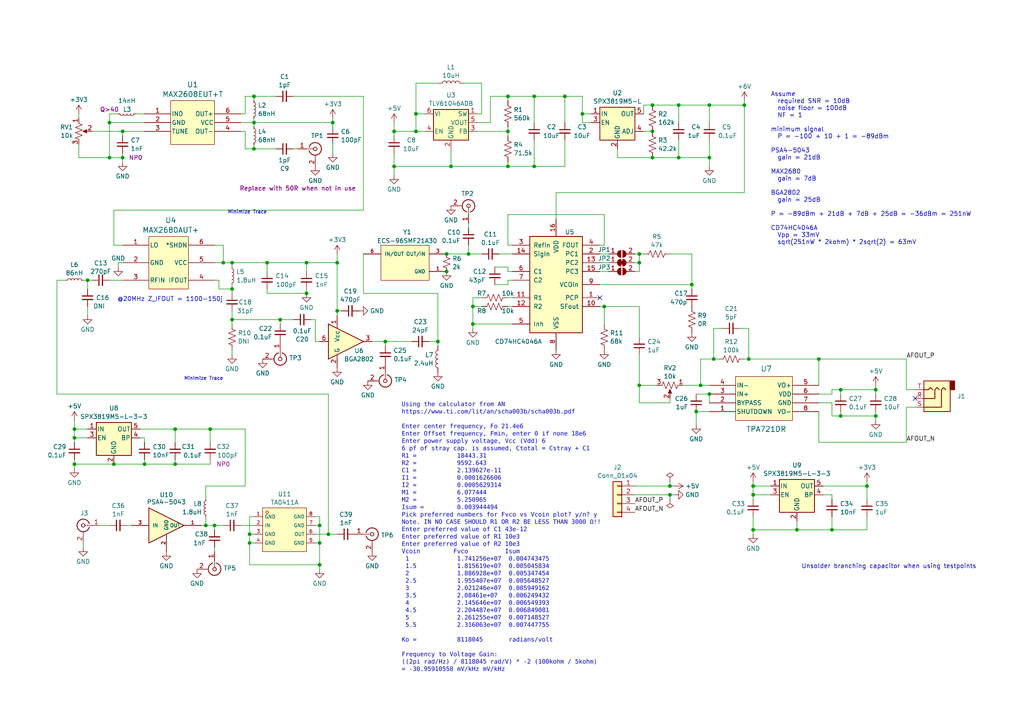
<source format=kicad_sch>
(kicad_sch (version 20230121) (generator eeschema)
  (paper "A4")
  (junction (at 175.26 88.9))
  (junction (at 205.74 30.48))
  (junction (at 129.54 73.66))
  (junction (at 88.9 85.09))
  (junction (at 189.23 30.48))
  (junction (at 92.71 163.83))
  (junction (at 64.77 76.2))
  (junction (at 243.84 113.03))
  (junction (at 77.47 76.2))
  (junction (at 129.54 78.74))
  (junction (at 111.76 99.06))
  (junction (at 72.39 157.48))
  (junction (at 200.66 82.55))
  (junction (at 92.71 152.4))
  (junction (at 217.17 104.14))
  (junction (at 96.52 35.56))
  (junction (at 154.94 27.94))
  (junction (at 251.46 140.97))
  (junction (at 67.31 83.82))
  (junction (at 130.81 48.26))
  (junction (at 127 99.06))
  (junction (at 231.14 153.67))
  (junction (at 237.49 104.14))
  (junction (at 168.91 33.02))
  (junction (at 201.93 119.38))
  (junction (at 33.02 134.62))
  (junction (at 243.84 120.65))
  (junction (at 189.23 45.72))
  (junction (at 60.96 124.46))
  (junction (at 154.94 48.26))
  (junction (at 73.66 43.18))
  (junction (at 207.01 104.14))
  (junction (at 21.59 127))
  (junction (at 135.89 73.66))
  (junction (at 147.32 48.26))
  (junction (at 73.66 27.94))
  (junction (at 97.79 90.17))
  (junction (at 205.74 114.3))
  (junction (at 147.32 38.1))
  (junction (at 254 120.65))
  (junction (at 88.9 76.2))
  (junction (at 194.31 140.97))
  (junction (at 92.71 157.48))
  (junction (at 163.83 27.94))
  (junction (at 72.39 154.94))
  (junction (at 215.9 30.48))
  (junction (at 218.44 140.97))
  (junction (at 73.66 35.56))
  (junction (at 50.8 134.62))
  (junction (at 241.3 153.67))
  (junction (at 196.85 30.48))
  (junction (at 147.32 27.94))
  (junction (at 31.75 45.72))
  (junction (at 59.69 152.4))
  (junction (at 25.4 81.28))
  (junction (at 254 113.03))
  (junction (at 185.42 73.66))
  (junction (at 137.16 88.9))
  (junction (at 194.31 143.51))
  (junction (at 95.25 154.94))
  (junction (at 203.2 111.76))
  (junction (at 97.79 76.2))
  (junction (at 185.42 76.2))
  (junction (at 67.31 76.2))
  (junction (at 137.16 93.98))
  (junction (at 21.59 124.46))
  (junction (at 21.59 134.62))
  (junction (at 114.3 48.26))
  (junction (at 114.3 38.1))
  (junction (at 50.8 124.46))
  (junction (at 67.31 92.71))
  (junction (at 81.28 92.71))
  (junction (at 189.23 38.1))
  (junction (at 35.56 45.72))
  (junction (at 31.75 35.56))
  (junction (at 120.65 33.02))
  (junction (at 205.74 45.72))
  (junction (at 35.56 38.1))
  (junction (at 218.44 153.67))
  (junction (at 185.42 111.76))
  (junction (at 120.65 38.1))
  (junction (at 62.23 152.4))
  (junction (at 41.91 134.62))
  (junction (at 196.85 45.72))
  (junction (at 218.44 143.51))
  (no_connect (at 265.43 115.57))
  (no_connect (at 173.99 86.36))
  (wire (pts (xy 254 111.76) (xy 254 113.03)))
  (wire (pts (xy 142.24 27.94) (xy 147.32 27.94)))
  (wire (pts (xy 138.43 35.56) (xy 142.24 35.56)))
  (wire (pts (xy 120.65 33.02) (xy 123.19 33.02)))
  (wire (pts (xy 73.66 35.56) (xy 73.66 36.83)))
  (wire (pts (xy 67.31 92.71) (xy 67.31 93.98)))
  (wire (pts (xy 218.44 140.97) (xy 223.52 140.97)))
  (wire (pts (xy 41.91 127) (xy 40.64 127)))
  (wire (pts (xy 120.65 38.1) (xy 123.19 38.1)))
  (wire (pts (xy 31.75 45.72) (xy 31.75 35.56)))
  (wire (pts (xy 96.52 34.29) (xy 96.52 35.56)))
  (wire (pts (xy 120.65 33.02) (xy 120.65 38.1)))
  (wire (pts (xy 185.42 111.76) (xy 185.42 116.84)))
  (wire (pts (xy 195.58 143.51) (xy 194.31 143.51)))
  (wire (pts (xy 97.79 73.66) (xy 97.79 76.2)))
  (wire (pts (xy 72.39 163.83) (xy 92.71 163.83)))
  (wire (pts (xy 237.49 128.27) (xy 262.89 128.27)))
  (wire (pts (xy 200.66 83.82) (xy 200.66 82.55)))
  (wire (pts (xy 69.85 35.56) (xy 73.66 35.56)))
  (wire (pts (xy 21.59 135.89) (xy 21.59 134.62)))
  (wire (pts (xy 35.56 45.72) (xy 35.56 44.45)))
  (wire (pts (xy 22.86 41.91) (xy 22.86 45.72)))
  (wire (pts (xy 67.31 101.6) (xy 67.31 102.87)))
  (wire (pts (xy 31.75 35.56) (xy 41.91 35.56)))
  (wire (pts (xy 205.74 30.48) (xy 215.9 30.48)))
  (wire (pts (xy 137.16 86.36) (xy 139.7 86.36)))
  (wire (pts (xy 88.9 76.2) (xy 97.79 76.2)))
  (wire (pts (xy 77.47 85.09) (xy 88.9 85.09)))
  (wire (pts (xy 173.99 73.66) (xy 176.53 73.66)))
  (wire (pts (xy 194.31 143.51) (xy 194.31 144.78)))
  (wire (pts (xy 127 100.33) (xy 127 99.06)))
  (wire (pts (xy 73.66 27.94) (xy 80.01 27.94)))
  (wire (pts (xy 134.62 24.13) (xy 139.7 24.13)))
  (wire (pts (xy 194.31 116.84) (xy 185.42 116.84)))
  (wire (pts (xy 34.29 77.47) (xy 34.29 76.2)))
  (wire (pts (xy 21.59 134.62) (xy 33.02 134.62)))
  (wire (pts (xy 73.66 149.86) (xy 72.39 149.86)))
  (wire (pts (xy 218.44 143.51) (xy 218.44 144.78)))
  (wire (pts (xy 96.52 35.56) (xy 96.52 36.83)))
  (wire (pts (xy 237.49 116.84) (xy 241.3 116.84)))
  (wire (pts (xy 33.02 60.96) (xy 33.02 71.12)))
  (wire (pts (xy 137.16 86.36) (xy 137.16 88.9)))
  (wire (pts (xy 95.25 154.94) (xy 95.25 114.3)))
  (wire (pts (xy 251.46 139.7) (xy 251.46 140.97)))
  (wire (pts (xy 92.71 163.83) (xy 92.71 157.48)))
  (wire (pts (xy 231.14 153.67) (xy 241.3 153.67)))
  (wire (pts (xy 218.44 154.94) (xy 218.44 153.67)))
  (wire (pts (xy 163.83 27.94) (xy 163.83 35.56)))
  (wire (pts (xy 67.31 83.82) (xy 67.31 82.55)))
  (wire (pts (xy 60.96 124.46) (xy 71.12 124.46)))
  (wire (pts (xy 196.85 35.56) (xy 196.85 30.48)))
  (wire (pts (xy 120.65 24.13) (xy 120.65 33.02)))
  (wire (pts (xy 127 85.09) (xy 105.41 85.09)))
  (wire (pts (xy 73.66 43.18) (xy 80.01 43.18)))
  (wire (pts (xy 95.25 154.94) (xy 97.79 154.94)))
  (wire (pts (xy 88.9 78.74) (xy 88.9 76.2)))
  (wire (pts (xy 85.09 27.94) (xy 105.41 27.94)))
  (wire (pts (xy 251.46 140.97) (xy 238.76 140.97)))
  (wire (pts (xy 237.49 104.14) (xy 262.89 104.14)))
  (wire (pts (xy 81.28 92.71) (xy 81.28 93.98)))
  (wire (pts (xy 237.49 111.76) (xy 237.49 104.14)))
  (wire (pts (xy 120.65 38.1) (xy 114.3 38.1)))
  (wire (pts (xy 231.14 153.67) (xy 218.44 153.67)))
  (wire (pts (xy 137.16 88.9) (xy 139.7 88.9)))
  (wire (pts (xy 24.13 81.28) (xy 25.4 81.28)))
  (wire (pts (xy 31.75 45.72) (xy 35.56 45.72)))
  (wire (pts (xy 154.94 40.64) (xy 154.94 48.26)))
  (wire (pts (xy 241.3 114.3) (xy 241.3 113.03)))
  (wire (pts (xy 50.8 124.46) (xy 60.96 124.46)))
  (wire (pts (xy 237.49 119.38) (xy 237.49 128.27)))
  (wire (pts (xy 35.56 46.99) (xy 35.56 45.72)))
  (wire (pts (xy 205.74 35.56) (xy 205.74 30.48)))
  (wire (pts (xy 63.5 81.28) (xy 63.5 83.82)))
  (wire (pts (xy 241.3 143.51) (xy 241.3 144.78)))
  (wire (pts (xy 201.93 114.3) (xy 205.74 114.3)))
  (wire (pts (xy 114.3 38.1) (xy 114.3 39.37)))
  (wire (pts (xy 194.31 139.7) (xy 194.31 140.97)))
  (wire (pts (xy 189.23 45.72) (xy 196.85 45.72)))
  (wire (pts (xy 189.23 30.48) (xy 196.85 30.48)))
  (wire (pts (xy 185.42 78.74) (xy 185.42 76.2)))
  (wire (pts (xy 72.39 154.94) (xy 72.39 157.48)))
  (wire (pts (xy 85.09 43.18) (xy 86.36 43.18)))
  (wire (pts (xy 142.24 35.56) (xy 142.24 27.94)))
  (wire (pts (xy 147.32 36.83) (xy 147.32 38.1)))
  (wire (pts (xy 215.9 55.88) (xy 161.29 55.88)))
  (wire (pts (xy 241.3 153.67) (xy 251.46 153.67)))
  (wire (pts (xy 67.31 76.2) (xy 67.31 77.47)))
  (wire (pts (xy 81.28 92.71) (xy 85.09 92.71)))
  (wire (pts (xy 215.9 29.21) (xy 215.9 30.48)))
  (wire (pts (xy 31.75 33.02) (xy 34.29 33.02)))
  (wire (pts (xy 198.12 111.76) (xy 203.2 111.76)))
  (wire (pts (xy 71.12 33.02) (xy 69.85 33.02)))
  (wire (pts (xy 16.51 81.28) (xy 19.05 81.28)))
  (wire (pts (xy 147.32 27.94) (xy 147.32 29.21)))
  (wire (pts (xy 50.8 134.62) (xy 50.8 133.35)))
  (wire (pts (xy 35.56 39.37) (xy 35.56 38.1)))
  (wire (pts (xy 241.3 149.86) (xy 241.3 153.67)))
  (wire (pts (xy 175.26 62.23) (xy 175.26 71.12)))
  (wire (pts (xy 60.96 134.62) (xy 60.96 133.35)))
  (wire (pts (xy 97.79 90.17) (xy 97.79 76.2)))
  (wire (pts (xy 114.3 35.56) (xy 114.3 38.1)))
  (wire (pts (xy 207.01 95.25) (xy 209.55 95.25)))
  (wire (pts (xy 71.12 140.97) (xy 59.69 140.97)))
  (wire (pts (xy 143.51 77.47) (xy 147.32 77.47)))
  (wire (pts (xy 147.32 88.9) (xy 148.59 88.9)))
  (wire (pts (xy 67.31 83.82) (xy 67.31 85.09)))
  (wire (pts (xy 59.69 140.97) (xy 59.69 144.78)))
  (wire (pts (xy 77.47 78.74) (xy 77.47 76.2)))
  (wire (pts (xy 168.91 33.02) (xy 171.45 33.02)))
  (wire (pts (xy 173.99 78.74) (xy 176.53 78.74)))
  (wire (pts (xy 205.74 40.64) (xy 205.74 45.72)))
  (wire (pts (xy 72.39 154.94) (xy 73.66 154.94)))
  (wire (pts (xy 111.76 99.06) (xy 119.38 99.06)))
  (wire (pts (xy 262.89 118.11) (xy 265.43 118.11)))
  (wire (pts (xy 163.83 40.64) (xy 163.83 48.26)))
  (wire (pts (xy 185.42 73.66) (xy 185.42 76.2)))
  (wire (pts (xy 67.31 92.71) (xy 81.28 92.71)))
  (wire (pts (xy 60.96 124.46) (xy 60.96 128.27)))
  (wire (pts (xy 243.84 113.03) (xy 254 113.03)))
  (wire (pts (xy 16.51 81.28) (xy 16.51 114.3)))
  (wire (pts (xy 218.44 139.7) (xy 218.44 140.97)))
  (wire (pts (xy 135.89 73.66) (xy 139.7 73.66)))
  (wire (pts (xy 34.29 76.2) (xy 35.56 76.2)))
  (wire (pts (xy 184.15 73.66) (xy 185.42 73.66)))
  (wire (pts (xy 139.7 24.13) (xy 139.7 33.02)))
  (wire (pts (xy 91.44 157.48) (xy 92.71 157.48)))
  (wire (pts (xy 111.76 99.06) (xy 111.76 100.33)))
  (wire (pts (xy 64.77 76.2) (xy 67.31 76.2)))
  (wire (pts (xy 203.2 111.76) (xy 205.74 111.76)))
  (wire (pts (xy 35.56 38.1) (xy 41.91 38.1)))
  (wire (pts (xy 215.9 104.14) (xy 217.17 104.14)))
  (wire (pts (xy 215.9 30.48) (xy 215.9 55.88)))
  (wire (pts (xy 138.43 38.1) (xy 147.32 38.1)))
  (wire (pts (xy 62.23 152.4) (xy 64.77 152.4)))
  (wire (pts (xy 168.91 35.56) (xy 168.91 33.02)))
  (wire (pts (xy 73.66 27.94) (xy 73.66 29.21)))
  (wire (pts (xy 41.91 134.62) (xy 33.02 134.62)))
  (wire (pts (xy 144.78 73.66) (xy 148.59 73.66)))
  (wire (pts (xy 21.59 134.62) (xy 21.59 133.35)))
  (wire (pts (xy 185.42 73.66) (xy 186.69 73.66)))
  (wire (pts (xy 231.14 153.67) (xy 231.14 151.13)))
  (wire (pts (xy 105.41 60.96) (xy 33.02 60.96)))
  (wire (pts (xy 21.59 127) (xy 21.59 128.27)))
  (wire (pts (xy 91.44 92.71) (xy 91.44 99.06)))
  (wire (pts (xy 147.32 71.12) (xy 147.32 62.23)))
  (wire (pts (xy 168.91 27.94) (xy 163.83 27.94)))
  (wire (pts (xy 194.31 116.84) (xy 194.31 115.57)))
  (wire (pts (xy 71.12 124.46) (xy 71.12 140.97)))
  (wire (pts (xy 91.44 152.4) (xy 92.71 152.4)))
  (wire (pts (xy 147.32 38.1) (xy 147.32 39.37)))
  (wire (pts (xy 99.06 90.17) (xy 97.79 90.17)))
  (wire (pts (xy 254 120.65) (xy 254 119.38)))
  (wire (pts (xy 217.17 95.25) (xy 214.63 95.25)))
  (wire (pts (xy 59.69 149.86) (xy 59.69 152.4)))
  (wire (pts (xy 92.71 149.86) (xy 91.44 149.86)))
  (wire (pts (xy 21.59 127) (xy 21.59 124.46)))
  (wire (pts (xy 262.89 128.27) (xy 262.89 118.11)))
  (wire (pts (xy 62.23 81.28) (xy 63.5 81.28)))
  (wire (pts (xy 69.85 152.4) (xy 73.66 152.4)))
  (wire (pts (xy 62.23 76.2) (xy 64.77 76.2)))
  (wire (pts (xy 207.01 104.14) (xy 208.28 104.14)))
  (wire (pts (xy 71.12 33.02) (xy 71.12 27.94)))
  (wire (pts (xy 63.5 83.82) (xy 67.31 83.82)))
  (wire (pts (xy 205.74 114.3) (xy 205.74 116.84)))
  (wire (pts (xy 217.17 104.14) (xy 237.49 104.14)))
  (wire (pts (xy 41.91 128.27) (xy 41.91 127)))
  (wire (pts (xy 194.31 73.66) (xy 200.66 73.66)))
  (wire (pts (xy 147.32 82.55) (xy 147.32 81.28)))
  (wire (pts (xy 50.8 134.62) (xy 60.96 134.62)))
  (wire (pts (xy 24.13 157.48) (xy 24.13 158.75)))
  (wire (pts (xy 171.45 35.56) (xy 168.91 35.56)))
  (wire (pts (xy 185.42 88.9) (xy 185.42 97.79)))
  (wire (pts (xy 41.91 133.35) (xy 41.91 134.62)))
  (wire (pts (xy 241.3 116.84) (xy 241.3 120.65)))
  (wire (pts (xy 107.95 99.06) (xy 111.76 99.06)))
  (wire (pts (xy 67.31 90.17) (xy 67.31 92.71)))
  (wire (pts (xy 71.12 38.1) (xy 71.12 43.18)))
  (wire (pts (xy 77.47 76.2) (xy 88.9 76.2)))
  (wire (pts (xy 148.59 71.12) (xy 147.32 71.12)))
  (wire (pts (xy 201.93 119.38) (xy 201.93 123.19)))
  (wire (pts (xy 254 120.65) (xy 243.84 120.65)))
  (wire (pts (xy 72.39 157.48) (xy 73.66 157.48)))
  (wire (pts (xy 40.64 124.46) (xy 50.8 124.46)))
  (wire (pts (xy 62.23 158.75) (xy 62.23 160.02)))
  (wire (pts (xy 205.74 45.72) (xy 205.74 48.26)))
  (wire (pts (xy 243.84 120.65) (xy 243.84 119.38)))
  (wire (pts (xy 25.4 81.28) (xy 26.67 81.28)))
  (wire (pts (xy 179.07 43.18) (xy 179.07 45.72)))
  (wire (pts (xy 147.32 62.23) (xy 175.26 62.23)))
  (wire (pts (xy 175.26 88.9) (xy 185.42 88.9)))
  (wire (pts (xy 194.31 143.51) (xy 184.15 143.51)))
  (wire (pts (xy 22.86 33.02) (xy 22.86 34.29)))
  (wire (pts (xy 135.89 71.12) (xy 135.89 73.66)))
  (wire (pts (xy 71.12 38.1) (xy 69.85 38.1)))
  (wire (pts (xy 130.81 43.18) (xy 130.81 48.26)))
  (wire (pts (xy 218.44 143.51) (xy 218.44 140.97)))
  (wire (pts (xy 175.26 88.9) (xy 175.26 93.98)))
  (wire (pts (xy 92.71 152.4) (xy 92.71 149.86)))
  (wire (pts (xy 251.46 140.97) (xy 251.46 144.78)))
  (wire (pts (xy 238.76 143.51) (xy 241.3 143.51)))
  (wire (pts (xy 154.94 48.26) (xy 147.32 48.26)))
  (wire (pts (xy 196.85 40.64) (xy 196.85 45.72)))
  (wire (pts (xy 73.66 34.29) (xy 73.66 35.56)))
  (wire (pts (xy 31.75 81.28) (xy 35.56 81.28)))
  (wire (pts (xy 88.9 83.82) (xy 88.9 85.09)))
  (wire (pts (xy 127 24.13) (xy 120.65 24.13)))
  (wire (pts (xy 163.83 48.26) (xy 154.94 48.26)))
  (wire (pts (xy 173.99 71.12) (xy 175.26 71.12)))
  (wire (pts (xy 184.15 78.74) (xy 185.42 78.74)))
  (wire (pts (xy 105.41 27.94) (xy 105.41 60.96)))
  (wire (pts (xy 50.8 124.46) (xy 50.8 128.27)))
  (wire (pts (xy 127 99.06) (xy 127 85.09)))
  (wire (pts (xy 201.93 119.38) (xy 205.74 119.38)))
  (wire (pts (xy 147.32 27.94) (xy 154.94 27.94)))
  (wire (pts (xy 186.69 33.02) (xy 186.69 30.48)))
  (wire (pts (xy 173.99 76.2) (xy 176.53 76.2)))
  (wire (pts (xy 139.7 33.02) (xy 138.43 33.02)))
  (wire (pts (xy 36.83 152.4) (xy 38.1 152.4)))
  (wire (pts (xy 92.71 152.4) (xy 92.71 157.48)))
  (wire (pts (xy 90.17 92.71) (xy 91.44 92.71)))
  (wire (pts (xy 73.66 35.56) (xy 96.52 35.56)))
  (wire (pts (xy 147.32 77.47) (xy 147.32 78.74)))
  (wire (pts (xy 21.59 121.92) (xy 21.59 124.46)))
  (wire (pts (xy 237.49 114.3) (xy 241.3 114.3)))
  (wire (pts (xy 73.66 43.18) (xy 71.12 43.18)))
  (wire (pts (xy 241.3 120.65) (xy 243.84 120.65)))
  (wire (pts (xy 77.47 83.82) (xy 77.47 85.09)))
  (wire (pts (xy 185.42 102.87) (xy 185.42 111.76)))
  (wire (pts (xy 96.52 41.91) (xy 96.52 44.45)))
  (wire (pts (xy 217.17 104.14) (xy 217.17 95.25)))
  (wire (pts (xy 200.66 73.66) (xy 200.66 82.55)))
  (wire (pts (xy 25.4 81.28) (xy 25.4 83.82)))
  (wire (pts (xy 26.67 38.1) (xy 35.56 38.1)))
  (wire (pts (xy 173.99 82.55) (xy 200.66 82.55)))
  (wire (pts (xy 73.66 41.91) (xy 73.66 43.18)))
  (wire (pts (xy 254 113.03) (xy 254 114.3)))
  (wire (pts (xy 25.4 88.9) (xy 25.4 91.44)))
  (wire (pts (xy 147.32 81.28) (xy 148.59 81.28)))
  (wire (pts (xy 147.32 46.99) (xy 147.32 48.26)))
  (wire (pts (xy 62.23 71.12) (xy 64.77 71.12)))
  (wire (pts (xy 137.16 93.98) (xy 148.59 93.98)))
  (wire (pts (xy 114.3 44.45) (xy 114.3 48.26)))
  (wire (pts (xy 92.71 163.83) (xy 92.71 165.1)))
  (wire (pts (xy 241.3 113.03) (xy 243.84 113.03)))
  (wire (pts (xy 184.15 140.97) (xy 194.31 140.97)))
  (wire (pts (xy 161.29 55.88) (xy 161.29 63.5)))
  (wire (pts (xy 58.42 152.4) (xy 59.69 152.4)))
  (wire (pts (xy 137.16 88.9) (xy 137.16 93.98)))
  (wire (pts (xy 72.39 149.86) (xy 72.39 154.94)))
  (wire (pts (xy 59.69 152.4) (xy 62.23 152.4)))
  (wire (pts (xy 168.91 33.02) (xy 168.91 27.94)))
  (wire (pts (xy 175.26 88.9) (xy 173.99 88.9)))
  (wire (pts (xy 196.85 30.48) (xy 205.74 30.48)))
  (wire (pts (xy 64.77 71.12) (xy 64.77 76.2)))
  (wire (pts (xy 243.84 113.03) (xy 243.84 114.3)))
  (wire (pts (xy 105.41 85.09) (xy 105.41 73.66)))
  (wire (pts (xy 218.44 153.67) (xy 218.44 149.86)))
  (wire (pts (xy 251.46 153.67) (xy 251.46 149.86)))
  (wire (pts (xy 97.79 91.44) (xy 97.79 90.17)))
  (wire (pts (xy 22.86 45.72) (xy 31.75 45.72)))
  (wire (pts (xy 147.32 78.74) (xy 148.59 78.74)))
  (wire (pts (xy 41.91 134.62) (xy 50.8 134.62)))
  (wire (pts (xy 71.12 27.94) (xy 73.66 27.94)))
  (wire (pts (xy 62.23 152.4) (xy 62.23 153.67)))
  (wire (pts (xy 31.75 33.02) (xy 31.75 35.56)))
  (wire (pts (xy 185.42 111.76) (xy 190.5 111.76)))
  (wire (pts (xy 130.81 48.26) (xy 147.32 48.26)))
  (wire (pts (xy 179.07 45.72) (xy 189.23 45.72)))
  (wire (pts (xy 196.85 45.72) (xy 205.74 45.72)))
  (wire (pts (xy 254 121.92) (xy 254 120.65)))
  (wire (pts (xy 127 99.06) (xy 124.46 99.06)))
  (wire (pts (xy 154.94 27.94) (xy 154.94 35.56)))
  (wire (pts (xy 186.69 30.48) (xy 189.23 30.48)))
  (wire (pts (xy 265.43 113.03) (xy 262.89 113.03)))
  (wire (pts (xy 147.32 86.36) (xy 148.59 86.36)))
  (wire (pts (xy 29.21 152.4) (xy 31.75 152.4)))
  (wire (pts (xy 137.16 93.98) (xy 137.16 95.25)))
  (wire (pts (xy 207.01 104.14) (xy 207.01 95.25)))
  (wire (pts (xy 39.37 33.02) (xy 41.91 33.02)))
  (wire (pts (xy 143.51 82.55) (xy 147.32 82.55)))
  (wire (pts (xy 91.44 154.94) (xy 95.25 154.94)))
  (wire (pts (xy 203.2 111.76) (xy 203.2 104.14)))
  (wire (pts (xy 154.94 27.94) (xy 163.83 27.94)))
  (wire (pts (xy 21.59 124.46) (xy 25.4 124.46)))
  (wire (pts (xy 194.31 140.97) (xy 195.58 140.97)))
  (wire (pts (xy 186.69 38.1) (xy 189.23 38.1)))
  (wire (pts (xy 114.3 48.26) (xy 130.81 48.26)))
  (wire (pts (xy 203.2 104.14) (xy 207.01 104.14)))
  (wire (pts (xy 67.31 76.2) (xy 77.47 76.2)))
  (wire (pts (xy 33.02 71.12) (xy 35.56 71.12)))
  (wire (pts (xy 262.89 113.03) (xy 262.89 104.14)))
  (wire (pts (xy 91.44 99.06) (xy 92.71 99.06)))
  (wire (pts (xy 114.3 48.26) (xy 114.3 50.8)))
  (wire (pts (xy 72.39 157.48) (xy 72.39 163.83)))
  (wire (pts (xy 21.59 127) (xy 25.4 127)))
  (wire (pts (xy 95.25 114.3) (xy 16.51 114.3)))
  (wire (pts (xy 129.54 73.66) (xy 135.89 73.66)))
  (wire (pts (xy 185.42 76.2) (xy 184.15 76.2)))
  (wire (pts (xy 135.89 64.77) (xy 135.89 66.04)))
  (wire (pts (xy 218.44 143.51) (xy 223.52 143.51)))
  (text_box "Using the calculator from AN https://www.ti.com/lit/an/scha003b/scha003b.pdf\n\nEnter center frequency, Fo 21.4e6\nEnter Offset frequency, Fmin, enter 0 if none 18e6\nEnter power supply voltage, Vcc (Vdd) 6\n6 pf of stray cap. is assumed, Ctotal = Cstray + C1\nR1 =           18443.31\nR2 =           9592.643\nC1 =           2.139627e-11\nI1 =           0.0001626606\nI2 =           0.0005629314\nM1 =           6.077444\nM2 =           5.250965\nIsum =         0.003944494\nPick preferred numbers for Fvco vs Vcoin plot? y/n? y\nNote. IN NO CASE SHOULD R1 OR R2 BE LESS THAN 3000 Ω!!\nEnter preferred value of C1 43e-12\nEnter preferred value of R1 10e3\nEnter preferred value of R2 10e3\nVcoin         Fvco          Isum\n 1             1.741256e+07  0.004743475\n 1.5           1.815619e+07  0.005045834\n 2             1.886928e+07  0.005347454\n 2.5           1.955407e+07  0.005648527\n 3             2.021246e+07  0.005949162\n 3.5           2.08461e+07   0.006249432\n 4             2.145646e+07  0.006549393\n 4.5           2.204487e+07  0.006849081\n 5             2.261255e+07  0.007148527\n 5.5           2.316063e+07  0.007447755\n\nKo =           8118045       radians/volt \n\nFrequency to Voltage Gain:\n((2pi rad/Hz) / 8118045 rad/V) * -2 (100kohm / 5kohm)\n= -30.95910558 mV/kHz mV/kHz" (at 115.57 115.57 0) (size 62.23 67.31) (stroke (width -0.0001)) (effects (font (size 1.27 1.27)) (justify left top)))
  (text "Unsolder branching capacitor when using testpoints" (at 232.41 165.1 0) (effects (font (size 1.27 1.27)) (justify left bottom)))
  (text "Assume\n  required SNR = 10dB\n  noise floor = 100dB\n  NF = 1\n\nminimum signal\n  P = -100 + 10 + 1 = -89dBm\n\nPSA4-5043\n  gain = 21dB\n\nMAX2680\n  gain = 7dB\n\nBGA2802\n  gain = 25dB\n\nP = -89dBm + 21dB + 7dB + 25dB = -36dBm = 251nW\n\nCD74HC4046A\n  Vpp = 33mV\n  sqrt(251nW * 2kohm) * 2sqrt(2) = 63mV" (at 223.52 71.12 0) (effects (font (size 1.27 1.27)) (justify left bottom)))
  (text "Minimize Trace" (at 66.04 62.23 0) (effects (font (size 1 1)) (justify left bottom)))
  (text " @20MHz Z_IFOUT = 1100-150j" (at 33.02 87.63 0) (effects (font (size 1.27 1.27)) (justify left bottom)))
  (text "Minimize Trace" (at 53.34 110.49 0) (effects (font (size 1 1)) (justify left bottom)))
  (label "AFOUT_N" (at 184.15 148.59 0))
  (label "AFOUT_P" (at 262.89 104.14 0))
  (label "AFOUT_P" (at 184.15 146.05 0))
  (label "AFOUT_N" (at 262.89 128.27 0))
  (symbol (lib_id "TA0411A:TA0411A") (at 81.28 152.4 0) (unit 1)
    (property "Reference" "U11" (at 82.55 143.3027 0))
    (property "Value" "TA0411A" (at 82.55 145.7269 0))
    (property "Footprint" "footprint:FILTER-SMD_8P-L5.0-W5.0-BL" (effects hide))
    (property "Datasheet" "https://www.taisaw.com/assets/PDF/TA0411A%20_Rev.3.0_.pdf" (effects hide))
    (property "LCSC" "C692400" (effects hide))
  )
  (symbol (lib_id "power:+6V") (at 215.9 29.21 0) (unit 1)
    (property "Reference" "#PWR01" (effects hide))
    (property "Value" "+6V" (at 215.9 25.0769 0))
  )
  (symbol (lib_id "Jumper:SolderJumper_2_Bridged") (at 180.34 76.2 0) (unit 1)
    (property "Reference" "JP2" (at 175.26 74.93 0))
    (property "Value" "SolderJumper_2_Bridged" (effects hide))
  )
  (symbol (lib_id "Device:R_US") (at 143.51 88.9 90) (unit 1)
    (property "Reference" "R8" (at 139.7 90.17 90))
    (property "Value" "10k" (at 147.32 90.17 90))
  )
  (symbol (lib_id "Device:C_Small") (at 25.4 86.36 0) (mirror y) (unit 1)
    (property "Reference" "C16" (at 31.75 86.36 0) (effects (justify left)))
    (property "Value" "DNI" (at 30.48 88.7842 0) (effects (justify left)))
  )
  (symbol (lib_id "power:GND") (at 96.52 44.45 0) (unit 1)
    (property "Reference" "#PWR05" (effects hide))
    (property "Value" "GND" (at 96.52 48.5831 0))
  )
  (symbol (lib_id "Device:C_Small") (at 101.6 90.17 90) (mirror x) (unit 1)
    (property "Reference" "C19" (at 101.6063 84.4636 90))
    (property "Value" "470pF" (at 101.6063 86.8878 90))
  )
  (symbol (lib_id "power:PWR_FLAG") (at 194.31 139.7 0) (unit 1)
    (property "Reference" "#FLG01" (effects hide))
    (property "Value" "PWR_FLAG" (effects hide))
  )
  (symbol (lib_id "power:GND") (at 107.95 160.02 0) (unit 1)
    (property "Reference" "#PWR040" (effects hide))
    (property "Value" "GND" (at 107.95 164.1531 0))
  )
  (symbol (lib_id "Device:R_US") (at 190.5 73.66 90) (unit 1)
    (property "Reference" "R5" (at 190.5 68.6267 90))
    (property "Value" "47k" (at 190.5 71.0509 90))
  )
  (symbol (lib_id "Device:C_Small") (at 218.44 147.32 0) (mirror y) (unit 1)
    (property "Reference" "C33" (at 216.1159 146.1142 0) (effects (justify left)))
    (property "Value" "0.1uF" (at 216.1159 148.5384 0) (effects (justify left)))
  )
  (symbol (lib_id "Device:C_Small") (at 60.96 130.81 0) (mirror x) (unit 1)
    (property "Reference" "C32" (at 64.77 129.54 0))
    (property "Value" "100pF" (at 66.04 132.08 0))
    (property "Type" "NP0" (at 64.77 134.62 0))
  )
  (symbol (lib_id "Connector:Conn_Coaxial") (at 62.23 165.1 270) (unit 1)
    (property "Reference" "TP5" (at 64.8186 164.7825 90) (effects (justify left)))
    (property "Value" "Conn_Coaxial" (effects hide))
    (property "Datasheet" " ~" (effects hide))
  )
  (symbol (lib_id "power:GND") (at 104.14 90.17 90) (unit 1)
    (property "Reference" "#PWR015" (effects hide))
    (property "Value" "GND" (at 107.315 90.17 90) (effects (justify right)))
  )
  (symbol (lib_id "Device:L_Small") (at 73.66 31.75 0) (unit 1)
    (property "Reference" "L2" (at 74.8008 30.5379 0) (effects (justify left)))
    (property "Value" "68nH" (at 74.8008 32.9621 0) (effects (justify left)))
  )
  (symbol (lib_id "Device:R_US") (at 212.09 104.14 90) (unit 1)
    (property "Reference" "R12" (at 212.09 99.1067 90))
    (property "Value" "100k" (at 212.09 101.5309 90))
  )
  (symbol (lib_id "Device:C_Small") (at 41.91 130.81 0) (unit 1)
    (property "Reference" "C30" (at 44.2341 129.6042 0) (effects (justify left)))
    (property "Value" "10nF" (at 44.2341 132.0284 0) (effects (justify left)))
  )
  (symbol (lib_id "Device:C_Small") (at 100.33 154.94 90) (mirror x) (unit 1)
    (property "Reference" "C39" (at 100.3363 149.2336 90))
    (property "Value" "1nF" (at 100.3363 151.6578 90))
  )
  (symbol (lib_id "power:GND") (at 201.93 123.19 0) (unit 1)
    (property "Reference" "#PWR029" (effects hide))
    (property "Value" "GND" (at 201.93 127.3231 0))
  )
  (symbol (lib_id "Device:R_US") (at 189.23 41.91 0) (unit 1)
    (property "Reference" "R3" (at 190.881 40.6979 0) (effects (justify left)))
    (property "Value" "42.2k" (at 190.881 43.1221 0) (effects (justify left)))
  )
  (symbol (lib_id "Device:C_Small") (at 77.47 81.28 0) (mirror y) (unit 1)
    (property "Reference" "C14" (at 83.82 80.01 0) (effects (justify left)))
    (property "Value" "100pF" (at 80.01 82.55 0) (effects (justify right)))
  )
  (symbol (lib_id "power:GND") (at 48.26 160.02 0) (unit 1)
    (property "Reference" "#PWR037" (effects hide))
    (property "Value" "GND" (at 48.26 164.1531 0))
  )
  (symbol (lib_id "power:+3V3") (at 22.86 33.02 0) (unit 1)
    (property "Reference" "#PWR02" (effects hide))
    (property "Value" "+3V3" (at 22.86 28.8869 0))
  )
  (symbol (lib_id "power:GND") (at 24.13 158.75 0) (unit 1)
    (property "Reference" "#PWR036" (effects hide))
    (property "Value" "GND" (at 24.13 162.8831 0))
  )
  (symbol (lib_id "Device:R_US") (at 200.66 92.71 0) (unit 1)
    (property "Reference" "R9" (at 202.311 91.4979 0) (effects (justify left)))
    (property "Value" "0R" (at 202.311 93.9221 0) (effects (justify left)))
  )
  (symbol (lib_id "Device:C_Small") (at 111.76 102.87 0) (unit 1)
    (property "Reference" "C25" (at 114.0841 101.6642 0) (effects (justify left)))
    (property "Value" "0.1uF" (at 114.0841 104.0884 0) (effects (justify left)))
  )
  (symbol (lib_id "power:GND") (at 106.68 110.49 0) (unit 1)
    (property "Reference" "#PWR025" (effects hide))
    (property "Value" "GND" (at 106.68 114.6231 0))
  )
  (symbol (lib_id "Device:C_Small") (at 205.74 38.1 0) (mirror y) (unit 1)
    (property "Reference" "C5" (at 212.09 36.83 0) (effects (justify left)))
    (property "Value" "0.1uF" (at 208.28 39.37 0) (effects (justify right)))
  )
  (symbol (lib_id "Device:C_Small") (at 200.66 86.36 0) (unit 1)
    (property "Reference" "C17" (at 195.58 85.09 0) (effects (justify left)))
    (property "Value" "470p" (at 194.31 87.63 0) (effects (justify left)))
  )
  (symbol (lib_id "Device:C_Small") (at 96.52 39.37 0) (unit 1)
    (property "Reference" "C6" (at 98.8441 38.1642 0) (effects (justify left)))
    (property "Value" "100pF" (at 98.8441 40.5884 0) (effects (justify left)))
  )
  (symbol (lib_id "power:GND") (at 175.26 101.6 0) (unit 1)
    (property "Reference" "#PWR020" (effects hide))
    (property "Value" "GND" (at 175.26 105.7331 0))
  )
  (symbol (lib_id "Device:C_Small") (at 62.23 156.21 180) (unit 1)
    (property "Reference" "C38" (at 58.42 154.94 0))
    (property "Value" "1nF" (at 59.69 157.48 0) (effects (justify left)))
  )
  (symbol (lib_id "Regulator_Linear:SPX3819M5-L-3-3") (at 231.14 143.51 0) (unit 1)
    (property "Reference" "U9" (at 231.14 134.9207 0))
    (property "Value" "SPX3819M5-L-3-3" (at 231.14 137.3449 0))
    (property "Footprint" "Package_TO_SOT_SMD:SOT-23-5" (effects hide))
    (property "Datasheet" "https://www.exar.com/content/document.ashx?id=22106&languageid=1033&type=Datasheet&partnumber=SPX3819&filename=SPX3819.pdf&part=SPX3819" (effects hide))
  )
  (symbol (lib_id "Device:C_Small") (at 50.8 130.81 0) (mirror x) (unit 1)
    (property "Reference" "C31" (at 54.61 129.54 0))
    (property "Value" "0.1uF" (at 55.88 132.08 0))
  )
  (symbol (lib_id "power:GND") (at 97.79 106.68 0) (unit 1)
    (property "Reference" "#PWR023" (effects hide))
    (property "Value" "GND" (at 97.79 110.8131 0))
  )
  (symbol (lib_id "ECS-96SMF21A30:ECS-96SMF21A30") (at 118.11 76.2 0) (unit 1)
    (property "Reference" "Y1" (at 118.11 67.31 0))
    (property "Value" "ECS-96SMF21A30" (at 118.11 69.85 0))
    (property "Footprint" "ECS-96SMF21A30:XTAL_ECS-96SMF21A30" (effects hide))
    (property "Datasheet" "https://ecsxtal.com/store/pdf/ecs_96smf21.4.pdf" (effects hide))
    (property "STANDARAD" "MANUFACTURER RECOMMENDATIONS" (effects hide))
    (property "MANUFACTURER" "ECS Inc." (effects hide))
  )
  (symbol (lib_id "Device:R_US") (at 143.51 86.36 90) (unit 1)
    (property "Reference" "R7" (at 139.7 85.09 90))
    (property "Value" "10k" (at 147.32 85.09 90))
  )
  (symbol (lib_id "Device:C_Small") (at 82.55 43.18 90) (mirror x) (unit 1)
    (property "Reference" "C9" (at 82.5563 48.8864 90))
    (property "Value" "1pF" (at 82.5563 46.4622 90))
  )
  (symbol (lib_id "power:GND") (at 88.9 85.09 0) (unit 1)
    (property "Reference" "#PWR014" (effects hide))
    (property "Value" "GND" (at 88.9 89.2231 0))
  )
  (symbol (lib_id "power:GND") (at 67.31 102.87 0) (unit 1)
    (property "Reference" "#PWR021" (effects hide))
    (property "Value" "GND" (at 67.31 107.0031 0))
  )
  (symbol (lib_id "power:+5V") (at 114.3 35.56 0) (unit 1)
    (property "Reference" "#PWR04" (effects hide))
    (property "Value" "+5V" (at 114.3 31.4269 0))
  )
  (symbol (lib_id "Connector:Conn_Coaxial") (at 111.76 110.49 270) (unit 1)
    (property "Reference" "TP4" (at 114.3486 110.1725 90) (effects (justify left)))
    (property "Value" "Conn_Coaxial" (effects hide))
    (property "Datasheet" " ~" (effects hide))
  )
  (symbol (lib_id "power:GND") (at 92.71 165.1 0) (unit 1)
    (property "Reference" "#PWR038" (effects hide))
    (property "Value" "GND" (at 92.71 169.2331 0))
  )
  (symbol (lib_id "power:GND") (at 200.66 96.52 0) (unit 1)
    (property "Reference" "#PWR018" (effects hide))
    (property "Value" "GND" (at 200.66 100.6531 0))
  )
  (symbol (lib_id "Device:L") (at 127 104.14 0) (mirror y) (unit 1)
    (property "Reference" "L7" (at 125.7327 102.9279 0) (effects (justify left)))
    (property "Value" "2.4uH" (at 125.7327 105.3521 0) (effects (justify left)))
  )
  (symbol (lib_id "Device:L_Small") (at 36.83 33.02 270) (unit 1)
    (property "Reference" "L3" (at 38.1 31.75 90) (effects (justify right)))
    (property "Value" "14nH" (at 39.37 29.21 90) (effects (justify right)))
    (property "Q" "Q>40" (at 31.75 31.75 90))
  )
  (symbol (lib_id "Device:C_Small") (at 163.83 38.1 0) (mirror y) (unit 1)
    (property "Reference" "C3" (at 170.18 36.83 0) (effects (justify left)))
    (property "Value" "10uF" (at 166.37 39.37 0) (effects (justify right)))
  )
  (symbol (lib_id "power:GND") (at 130.81 59.69 0) (unit 1)
    (property "Reference" "#PWR010" (effects hide))
    (property "Value" "GND" (at 130.81 63.8231 0))
  )
  (symbol (lib_id "Connector_Generic:Conn_01x04") (at 179.07 143.51 0) (mirror y) (unit 1)
    (property "Reference" "J2" (at 179.07 135.5557 0))
    (property "Value" "Conn_01x04" (at 179.07 137.9799 0))
  )
  (symbol (lib_id "Device:L_Small") (at 73.66 39.37 0) (unit 1)
    (property "Reference" "L4" (at 74.8008 38.1579 0) (effects (justify left)))
    (property "Value" "68nH" (at 74.8008 40.5821 0) (effects (justify left)))
  )
  (symbol (lib_id "TPA721DR:TPA721DR") (at 189.23 115.57 0) (mirror x) (unit 1)
    (property "Reference" "U7" (at 222.25 106.9728 0) (effects (font (size 1.524 1.524))))
    (property "Value" "TPA721DR" (at 222.25 124.46 0) (effects (font (size 1.524 1.524))))
    (property "Footprint" "D8" (effects hide))
    (property "Datasheet" "https://www.ti.com/lit/ds/symlink/tpa721.pdf" (effects hide))
  )
  (symbol (lib_id "power:GND") (at 114.3 50.8 0) (unit 1)
    (property "Reference" "#PWR09" (effects hide))
    (property "Value" "GND" (at 114.3 54.9331 0))
  )
  (symbol (lib_id "Device:L_Small") (at 67.31 80.01 0) (unit 1)
    (property "Reference" "L5" (at 68.4508 78.7979 0) (effects (justify left)))
    (property "Value" "1.8uH" (at 68.58 81.28 0) (effects (justify left)))
  )
  (symbol (lib_id "Connector:Conn_Coaxial") (at 91.44 43.18 0) (unit 1)
    (property "Reference" "TP1" (at 90.17 39.37 0) (effects (justify left)))
    (property "Value" "Conn_Coaxial" (effects hide))
    (property "Datasheet" " ~" (effects hide))
    (property "Note" "Replace with 50R when not in use" (at 86.36 54.61 0))
  )
  (symbol (lib_id "Device:C_Small") (at 241.3 147.32 0) (unit 1)
    (property "Reference" "C34" (at 243.6241 146.1142 0) (effects (justify left)))
    (property "Value" "10nF" (at 243.6241 148.5384 0) (effects (justify left)))
  )
  (symbol (lib_id "MAX2608EUT:MAX2608EUT+T") (at 25.4 34.29 0) (unit 1)
    (property "Reference" "U1" (at 55.88 24.5163 0) (effects (font (size 1.524 1.524))))
    (property "Value" "MAX2608EUT+T" (at 55.88 27.3491 0) (effects (font (size 1.524 1.524))))
    (property "Footprint" "21-0058I_MXM" (effects hide))
    (property "Datasheet" "https://www.analog.com/media/en/technical-documentation/data-sheets/MAX2605-MAX2609.pdf" (effects hide))
    (property "Reference Design" "https://www.analog.com/media/en/technical-documentation/data-sheets/MAX2605EVKIT-MAX2609EVKIT.pdf" (effects hide))
  )
  (symbol (lib_id "Device:R_US") (at 147.32 33.02 0) (unit 1)
    (property "Reference" "R1" (at 148.971 31.8079 0) (effects (justify left)))
    (property "Value" "560k" (at 148.971 34.2321 0) (effects (justify left)))
  )
  (symbol (lib_id "power:GND") (at 129.54 78.74 0) (unit 1)
    (property "Reference" "#PWR013" (effects hide))
    (property "Value" "GND" (at 129.54 82.8731 0))
  )
  (symbol (lib_id "power:GND") (at 254 121.92 0) (unit 1)
    (property "Reference" "#PWR028" (effects hide))
    (property "Value" "GND" (at 254 126.0531 0))
  )
  (symbol (lib_id "Device:R_US") (at 147.32 43.18 0) (unit 1)
    (property "Reference" "R4" (at 148.971 41.9679 0) (effects (justify left)))
    (property "Value" "71.5k" (at 148.971 44.3921 0) (effects (justify left)))
  )
  (symbol (lib_id "power:GND") (at 25.4 91.44 0) (unit 1)
    (property "Reference" "#PWR016" (effects hide))
    (property "Value" "GND" (at 25.4 95.5731 0))
  )
  (symbol (lib_id "power:GND") (at 35.56 46.99 0) (unit 1)
    (property "Reference" "#PWR06" (effects hide))
    (property "Value" "GND" (at 35.56 51.1231 0))
  )
  (symbol (lib_id "Device:L_Small") (at 21.59 81.28 90) (unit 1)
    (property "Reference" "L6" (at 21.59 76.7569 90))
    (property "Value" "86nH" (at 21.59 79.1811 90))
  )
  (symbol (lib_id "Device:C_Small") (at 121.92 99.06 90) (mirror x) (unit 1)
    (property "Reference" "C23" (at 121.9263 93.3536 90))
    (property "Value" "24pF" (at 121.9263 95.7778 90))
  )
  (symbol (lib_id "Device:C_Small") (at 201.93 116.84 0) (mirror x) (unit 1)
    (property "Reference" "C26" (at 199.6059 115.6215 0) (effects (justify right)))
    (property "Value" "1uF" (at 199.6059 118.0457 0) (effects (justify right)))
  )
  (symbol (lib_id "power:PWR_FLAG") (at 194.31 144.78 180) (unit 1)
    (property "Reference" "#FLG02" (effects hide))
    (property "Value" "PWR_FLAG" (effects hide))
  )
  (symbol (lib_id "Device:R_US") (at 189.23 34.29 0) (unit 1)
    (property "Reference" "R2" (at 190.881 33.0779 0) (effects (justify left)))
    (property "Value" "162k" (at 190.881 35.5021 0) (effects (justify left)))
  )
  (symbol (lib_id "Device:C_Small") (at 81.28 96.52 0) (mirror y) (unit 1)
    (property "Reference" "C22" (at 78.9559 95.3142 0) (effects (justify left)))
    (property "Value" "0.1uF" (at 78.9559 97.7384 0) (effects (justify left)))
  )
  (symbol (lib_id "Device:R_Potentiometer_US") (at 22.86 38.1 0) (unit 1)
    (property "Reference" "RV1" (at 21.2091 36.8879 0) (effects (justify right)))
    (property "Value" "10k" (at 21.2091 39.3121 0) (effects (justify right)))
  )
  (symbol (lib_id "MAX2680:MAX2680AUT+") (at 19.05 73.66 0) (unit 1)
    (property "Reference" "U4" (at 49.53 63.8863 0) (effects (font (size 1.524 1.524))))
    (property "Value" "MAX2680AUT+" (at 49.53 66.7191 0) (effects (font (size 1.524 1.524))))
    (property "Footprint" "21-0058I_MXM" (effects hide))
    (property "Datasheet" "https://www.analog.com/media/en/technical-documentation/data-sheets/MAX2680-MAX2682.pdf" (effects hide))
    (property "Reference Design" "https://www.analog.com/media/en/technical-documentation/data-sheets/MAX2680EVKIT-MAX2682EVKIT.pdf" (effects hide))
  )
  (symbol (lib_id "Device:L") (at 130.81 24.13 90) (unit 1)
    (property "Reference" "L1" (at 130.81 19.4804 90))
    (property "Value" "10uH" (at 130.81 21.9046 90))
  )
  (symbol (lib_id "Device:C_Small") (at 67.31 87.63 0) (mirror y) (unit 1)
    (property "Reference" "C18" (at 71.12 87.63 0))
    (property "Value" "31pF" (at 71.12 90.17 0))
  )
  (symbol (lib_id "Device:C_Small") (at 29.21 81.28 90) (unit 1)
    (property "Reference" "C13" (at 29.21 76.3158 90))
    (property "Value" "270pF" (at 29.21 78.74 90))
  )
  (symbol (lib_id "power:+5V") (at 21.59 121.92 0) (unit 1)
    (property "Reference" "#PWR027" (effects hide))
    (property "Value" "+5V" (at 21.59 117.7869 0))
  )
  (symbol (lib_id "power:GND") (at 34.29 77.47 0) (unit 1)
    (property "Reference" "#PWR012" (effects hide))
    (property "Value" "GND" (at 34.29 74.93 0))
  )
  (symbol (lib_id "Device:C_Small") (at 254 116.84 0) (unit 1)
    (property "Reference" "C28" (at 256.3241 115.6342 0) (effects (justify left)))
    (property "Value" "10uF" (at 256.3241 118.0584 0) (effects (justify left)))
  )
  (symbol (lib_id "power:+3V3") (at 96.52 34.29 0) (unit 1)
    (property "Reference" "#PWR03" (effects hide))
    (property "Value" "+3V3" (at 96.52 30.1569 0))
  )
  (symbol (lib_id "power:GND") (at 76.2 104.14 0) (unit 1)
    (property "Reference" "#PWR022" (effects hide))
    (property "Value" "GND" (at 76.2 108.2731 0))
  )
  (symbol (lib_id "power:GND") (at 21.59 135.89 0) (unit 1)
    (property "Reference" "#PWR030" (effects hide))
    (property "Value" "GND" (at 21.59 140.0231 0))
  )
  (symbol (lib_id "power:+5V") (at 195.58 140.97 270) (unit 1)
    (property "Reference" "#PWR033" (effects hide))
    (property "Value" "+5V" (at 198.755 140.97 90) (effects (justify left)))
  )
  (symbol (lib_id "Device:C_Small") (at 35.56 41.91 0) (unit 1)
    (property "Reference" "C7" (at 37.8841 40.7042 0) (effects (justify left)))
    (property "Value" "1nF" (at 37.8841 43.1284 0) (effects (justify left)))
    (property "Type" "NP0" (at 39.37 45.72 0))
  )
  (symbol (lib_id "power:GND") (at 127 107.95 0) (unit 1)
    (property "Reference" "#PWR024" (effects hide))
    (property "Value" "GND" (at 127 112.0831 0))
  )
  (symbol (lib_id "power:+3V3") (at 251.46 139.7 0) (unit 1)
    (property "Reference" "#PWR032" (effects hide))
    (property "Value" "+3V3" (at 251.46 135.5669 0))
  )
  (symbol (lib_id "power:GND") (at 91.44 48.26 0) (unit 1)
    (property "Reference" "#PWR07" (effects hide))
    (property "Value" "GND" (at 91.44 52.3931 0))
  )
  (symbol (lib_id "power:GND") (at 218.44 154.94 0) (unit 1)
    (property "Reference" "#PWR035" (effects hide))
    (property "Value" "GND" (at 218.44 159.0731 0))
  )
  (symbol (lib_id "Device:C_Small") (at 196.85 38.1 0) (mirror y) (unit 1)
    (property "Reference" "C4" (at 203.2 36.83 0) (effects (justify left)))
    (property "Value" "1uF" (at 199.39 39.37 0) (effects (justify right)))
  )
  (symbol (lib_id "Connector:Conn_Coaxial") (at 24.13 152.4 0) (mirror y) (unit 1)
    (property "Reference" "J3" (at 24.4474 148.8533 0))
    (property "Value" "Conn_Coaxial" (effects hide))
    (property "Datasheet" " ~" (effects hide))
  )
  (symbol (lib_id "Device:C_Small") (at 142.24 73.66 90) (mirror x) (unit 1)
    (property "Reference" "C11" (at 142.2463 67.9536 90))
    (property "Value" "0.1uF" (at 142.2463 70.3778 90))
  )
  (symbol (lib_id "power:GND") (at 137.16 95.25 0) (unit 1)
    (property "Reference" "#PWR017" (effects hide))
    (property "Value" "GND" (at 137.16 99.3831 0))
  )
  (symbol (lib_id "Device:C_Small") (at 185.42 100.33 180) (unit 1)
    (property "Reference" "C24" (at 187.7441 99.1115 0) (effects (justify right)))
    (property "Value" "1uF" (at 187.7441 101.5357 0) (effects (justify right)))
  )
  (symbol (lib_id "Device:C_Small") (at 143.51 80.01 0) (unit 1)
    (property "Reference" "C12" (at 137.16 78.74 0) (effects (justify left)))
    (property "Value" "43pF" (at 135.89 81.28 0) (effects (justify left)))
  )
  (symbol (lib_id "Device:C_Small") (at 88.9 81.28 0) (mirror y) (unit 1)
    (property "Reference" "C15" (at 95.25 80.01 0) (effects (justify left)))
    (property "Value" "1nF" (at 91.44 82.55 0) (effects (justify right)))
  )
  (symbol (lib_id "Device:C_Small") (at 251.46 147.32 0) (unit 1)
    (property "Reference" "C35" (at 253.7841 146.1142 0) (effects (justify left)))
    (property "Value" "1uF" (at 253.7841 148.5384 0) (effects (justify left)))
  )
  (symbol (lib_id "power:GND") (at 57.15 165.1 0) (unit 1)
    (property "Reference" "#PWR039" (effects hide))
    (property "Value" "GND" (at 57.15 169.2331 0))
  )
  (symbol (lib_id "Device:C_Small") (at 21.59 130.81 0) (mirror y) (unit 1)
    (property "Reference" "C29" (at 19.2659 129.6042 0) (effects (justify left)))
    (property "Value" "0.1uF" (at 19.2659 132.0284 0) (effects (justify left)))
  )
  (symbol (lib_id "RF_Amplifier:BGA2801") (at 100.33 99.06 0) (unit 1)
    (property "Reference" "U6" (at 104.14 101.7158 0))
    (property "Value" "BGA2802" (at 104.14 104.14 0))
    (property "Footprint" "Package_TO_SOT_SMD:SOT-363_SC-70-6" (effects hide))
    (property "Datasheet" "https://www.nxp.com/docs/en/data-sheet/BGA2802.pdf" (effects hide))
  )
  (symbol (lib_id "Jumper:SolderJumper_2_Open") (at 180.34 73.66 0) (unit 1)
    (property "Reference" "JP1" (at 175.26 72.39 0))
    (property "Value" "SolderJumper_2_Open" (effects hide))
  )
  (symbol (lib_id "power:+5V") (at 254 111.76 0) (unit 1)
    (property "Reference" "#PWR026" (effects hide))
    (property "Value" "+5V" (at 254 107.6269 0))
  )
  (symbol (lib_id "Connector_Audio:AudioJack3") (at 270.51 115.57 180) (unit 1)
    (property "Reference" "J1" (at 277.622 114.935 0) (effects (justify right)))
    (property "Value" "AudioJack3" (effects hide))
  )
  (symbol (lib_id "power:GND") (at 195.58 143.51 90) (unit 1)
    (property "Reference" "#PWR034" (effects hide))
    (property "Value" "GND" (at 198.755 143.51 90) (effects (justify right)))
  )
  (symbol (lib_id "Regulator_Linear:SPX3819M5-L") (at 179.07 35.56 0) (unit 1)
    (property "Reference" "U2" (at 179.07 26.9707 0))
    (property "Value" "SPX3819M5-L" (at 179.07 29.3949 0))
    (property "Footprint" "Package_TO_SOT_SMD:SOT-23-5" (effects hide))
    (property "Datasheet" "https://www.exar.com/content/document.ashx?id=22106&languageid=1033&type=Datasheet&partnumber=SPX3819&filename=SPX3819.pdf&part=SPX3819" (effects hide))
  )
  (symbol (lib_id "Device:C_Small") (at 212.09 95.25 90) (unit 1)
    (property "Reference" "C21" (at 212.0963 89.5436 90))
    (property "Value" "5pF" (at 212.0963 91.9678 90))
  )
  (symbol (lib_id "4xxx:4046") (at 161.29 81.28 0) (unit 1)
    (property "Reference" "U5" (at 163.83 67.31 0) (effects (justify left)))
    (property "Value" "CD74HC4046A" (at 143.51 99.06 0) (effects (justify left)))
    (property "Datasheet" "https://www.ti.com/lit/ds/symlink/cd74hc4046a.pdf" (effects hide))
    (property "Application Note" "https://www.ti.com/lit/an/scha003b/scha003b.pdf" (effects hide))
  )
  (symbol (lib_id "Device:C_Small") (at 154.94 38.1 0) (mirror y) (unit 1)
    (property "Reference" "C2" (at 161.29 36.83 0) (effects (justify left)))
    (property "Value" "10uF" (at 157.48 39.37 0) (effects (justify right)))
  )
  (symbol (lib_id "Connector:Conn_Coaxial") (at 81.28 104.14 270) (unit 1)
    (property "Reference" "TP3" (at 83.8686 103.8225 90) (effects (justify left)))
    (property "Value" "Conn_Coaxial" (effects hide))
    (property "Datasheet" " ~" (effects hide))
  )
  (symbol (lib_id "Device:R_Small_US") (at 129.54 76.2 0) (unit 1)
    (property "Reference" "R6" (at 131.191 74.9879 0) (effects (justify left)))
    (property "Value" "2k" (at 131.191 77.4121 0) (effects (justify left)))
  )
  (symbol (lib_id "Device:C_Small") (at 114.3 41.91 0) (mirror y) (unit 1)
    (property "Reference" "C8" (at 120.65 40.64 0) (effects (justify left)))
    (property "Value" "10uF" (at 116.84 43.18 0) (effects (justify right)))
  )
  (symbol (lib_id "Device:C_Small") (at 243.84 116.84 0) (unit 1)
    (property "Reference" "C27" (at 246.1641 115.6342 0) (effects (justify left)))
    (property "Value" "0.1uF" (at 246.1641 118.0584 0) (effects (justify left)))
  )
  (symbol (lib_id "Device:C_Small") (at 67.31 152.4 90) (mirror x) (unit 1)
    (property "Reference" "C37" (at 67.3163 146.6936 90))
    (property "Value" "1nF" (at 67.3163 149.1178 90))
  )
  (symbol (lib_id "Regulator_Linear:SPX3819M5-L-3-3") (at 33.02 127 0) (unit 1)
    (property "Reference" "U8" (at 33.02 118.4107 0))
    (property "Value" "SPX3819M5-L-3-3" (at 33.02 120.8349 0))
    (property "Footprint" "Package_TO_SOT_SMD:SOT-23-5" (effects hide))
    (property "Datasheet" "https://www.exar.com/content/document.ashx?id=22106&languageid=1033&type=Datasheet&partnumber=SPX3819&filename=SPX3819.pdf&part=SPX3819" (effects hide))
  )
  (symbol (lib_id "Device:C_Small") (at 87.63 92.71 90) (mirror x) (unit 1)
    (property "Reference" "C20" (at 87.6363 98.4164 90))
    (property "Value" "0.1uF" (at 87.6363 95.9922 90))
  )
  (symbol (lib_id "Connector:Conn_Coaxial") (at 107.95 154.94 0) (unit 1)
    (property "Reference" "TP6" (at 110.4901 155.2332 0) (effects (justify left)))
    (property "Value" "Conn_Coaxial" (effects hide))
    (property "Datasheet" " ~" (effects hide))
  )
  (symbol (lib_id "PSA4-5043:PSA4-5043") (at 46.99 152.4 0) (unit 1)
    (property "Reference" "U10" (at 48.26 143.51 0))
    (property "Value" "PSA4-5043" (at 48.26 145.5999 0))
    (property "Footprint" "PSA4-5043_:PSA4-5043_" (effects hide))
    (property "Datasheet" "https://www.minicircuits.com/pdfs/PSA4-5043+.pdf" (effects hide))
    (property "Description" "RF Amplifier IC Cellular, GSM, GPS, ISM, LTE, WCDMA, WiMAX, WLAN 50MHz ~ 4GHz MMM1362" (effects hide))
    (property "Reference Design" "https://www.minicircuits.com/pcb/WTB-653+_P02.pdf" (effects hide))
  )
  (symbol (lib_id "Device:R_US") (at 175.26 97.79 0) (unit 1)
    (property "Reference" "R11" (at 176.911 96.5779 0) (effects (justify left)))
    (property "Value" "68k" (at 176.911 99.0021 0) (effects (justify left)))
  )
  (symbol (lib_id "power:GND") (at 161.29 101.6 0) (unit 1)
    (property "Reference" "#PWR019" (effects hide))
    (property "Value" "GND" (at 161.29 105.7331 0))
  )
  (symbol (lib_id "power:GND") (at 205.74 48.26 0) (unit 1)
    (property "Reference" "#PWR08" (effects hide))
    (property "Value" "GND" (at 205.74 52.3931 0))
  )
  (symbol (lib_id "Jumper:SolderJumper_2_Open") (at 180.34 78.74 0) (unit 1)
    (property "Reference" "JP3" (at 175.26 77.47 0))
    (property "Value" "SolderJumper_2_Open" (effects hide))
  )
  (symbol (lib_id "Device:C_Small") (at 135.89 68.58 0) (mirror y) (unit 1)
    (property "Reference" "C10" (at 133.5659 67.3742 0) (effects (justify left)))
    (property "Value" "0.1uF" (at 133.5659 69.7984 0) (effects (justify left)))
  )
  (symbol (lib_id "Device:C_Small") (at 34.29 152.4 90) (mirror x) (unit 1)
    (property "Reference" "C36" (at 34.2963 146.6936 90))
    (property "Value" "1nF" (at 34.2963 149.1178 90))
  )
  (symbol (lib_id "Device:R_Potentiometer_US") (at 194.31 111.76 270) (unit 1)
    (property "Reference" "RV2" (at 194.31 106.7267 90))
    (property "Value" "10k" (at 194.31 109.1509 90))
  )
  (symbol (lib_id "power:+3V3") (at 97.79 73.66 0) (unit 1)
    (property "Reference" "#PWR011" (effects hide))
    (property "Value" "+3V3" (at 97.79 69.5269 0))
  )
  (symbol (lib_id "power:+5V") (at 218.44 139.7 0) (unit 1)
    (property "Reference" "#PWR031" (effects hide))
    (property "Value" "+5V" (at 218.44 135.5669 0))
  )
  (symbol (lib_id "Regulator_Switching:TLV61046ADB") (at 130.81 38.1 0) (unit 1)
    (property "Reference" "U3" (at 130.81 27.6057 0))
    (property "Value" "TLV61046ADB" (at 130.81 30.0299 0))
    (property "Footprint" "Package_TO_SOT_SMD:SOT-23-6" (effects hide))
    (property "Datasheet" "http://www.ti.com/lit/ds/symlink/tlv61046a.pdf" (effects hide))
  )
  (symbol (lib_id "Device:C_Small") (at 82.55 27.94 90) (unit 1)
    (property "Reference" "C1" (at 82.5563 22.2336 90))
    (property "Value" "1pF" (at 82.5563 24.6578 90))
  )
  (symbol (lib_id "Connector:Conn_Coaxial") (at 135.89 59.69 270) (mirror x) (unit 1)
    (property "Reference" "TP2" (at 135.5968 56.1918 90))
    (property "Value" "Conn_Coaxial" (effects hide))
    (property "Datasheet" " ~" (effects hide))
  )
  (symbol (lib_id "Device:L_Small") (at 59.69 147.32 0) (mirror y) (unit 1)
    (property "Reference" "L8" (at 58.5492 146.1079 0) (effects (justify left)))
    (property "Value" "1.8uH" (at 58.5492 148.5321 0) (effects (justify left)))
  )
  (symbol (lib_id "Device:R_US") (at 67.31 97.79 0) (unit 1)
    (property "Reference" "R10" (at 68.961 96.5779 0) (effects (justify left)))
    (property "Value" "DNI" (at 68.961 99.0021 0) (effects (justify left)))
  )
)
</source>
